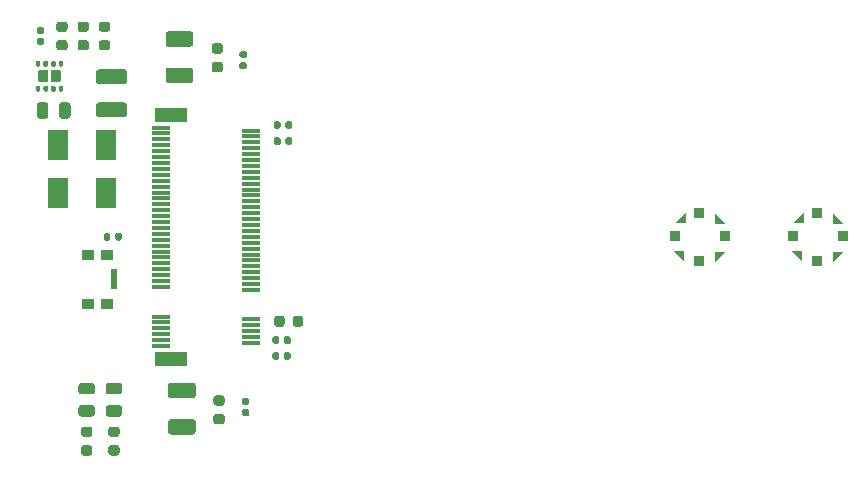
<source format=gbr>
G04 #@! TF.GenerationSoftware,KiCad,Pcbnew,(5.1.6-0-10_14)*
G04 #@! TF.CreationDate,2020-11-21T00:06:08+00:00*
G04 #@! TF.ProjectId,usb3-ngff-carrier,75736233-2d6e-4676-9666-2d6361727269,1*
G04 #@! TF.SameCoordinates,Original*
G04 #@! TF.FileFunction,Paste,Top*
G04 #@! TF.FilePolarity,Positive*
%FSLAX46Y46*%
G04 Gerber Fmt 4.6, Leading zero omitted, Abs format (unit mm)*
G04 Created by KiCad (PCBNEW (5.1.6-0-10_14)) date 2020-11-21 00:06:08*
%MOMM*%
%LPD*%
G01*
G04 APERTURE LIST*
%ADD10C,0.100000*%
%ADD11R,1.550000X0.300000*%
%ADD12R,2.750000X1.200000*%
%ADD13R,1.000000X0.900000*%
%ADD14R,0.550000X1.700000*%
%ADD15R,1.800000X2.500000*%
G04 APERTURE END LIST*
D10*
G36*
X72750000Y-20304000D02*
G01*
X71988000Y-20304000D01*
X71988000Y-19542000D01*
X72750000Y-19542000D01*
X72750000Y-20304000D01*
G37*
X72750000Y-20304000D02*
X71988000Y-20304000D01*
X71988000Y-19542000D01*
X72750000Y-19542000D01*
X72750000Y-20304000D01*
G36*
X70604000Y-18362000D02*
G01*
X69842000Y-18362000D01*
X69842000Y-17600000D01*
X70604000Y-17600000D01*
X70604000Y-18362000D01*
G37*
X70604000Y-18362000D02*
X69842000Y-18362000D01*
X69842000Y-17600000D01*
X70604000Y-17600000D01*
X70604000Y-18362000D01*
G36*
X71550000Y-22012000D02*
G01*
X71550000Y-21250000D01*
X72312000Y-21250000D01*
X71550000Y-22012000D01*
G37*
X71550000Y-22012000D02*
X71550000Y-21250000D01*
X72312000Y-21250000D01*
X71550000Y-22012000D01*
G36*
X68900000Y-21962000D02*
G01*
X68138000Y-21200000D01*
X68900000Y-21200000D01*
X68900000Y-21962000D01*
G37*
X68900000Y-21962000D02*
X68138000Y-21200000D01*
X68900000Y-21200000D01*
X68900000Y-21962000D01*
G36*
X72312000Y-18862000D02*
G01*
X71550000Y-18862000D01*
X71550000Y-18100000D01*
X72312000Y-18862000D01*
G37*
X72312000Y-18862000D02*
X71550000Y-18862000D01*
X71550000Y-18100000D01*
X72312000Y-18862000D01*
G36*
X69050000Y-18762000D02*
G01*
X68288000Y-18762000D01*
X69050000Y-18000000D01*
X69050000Y-18762000D01*
G37*
X69050000Y-18762000D02*
X68288000Y-18762000D01*
X69050000Y-18000000D01*
X69050000Y-18762000D01*
G36*
X68550000Y-20304000D02*
G01*
X67788000Y-20304000D01*
X67788000Y-19542000D01*
X68550000Y-19542000D01*
X68550000Y-20304000D01*
G37*
X68550000Y-20304000D02*
X67788000Y-20304000D01*
X67788000Y-19542000D01*
X68550000Y-19542000D01*
X68550000Y-20304000D01*
G36*
X70604000Y-22400000D02*
G01*
X69842000Y-22400000D01*
X69842000Y-21638000D01*
X70604000Y-21638000D01*
X70604000Y-22400000D01*
G37*
X70604000Y-22400000D02*
X69842000Y-22400000D01*
X69842000Y-21638000D01*
X70604000Y-21638000D01*
X70604000Y-22400000D01*
G36*
X82750000Y-20304000D02*
G01*
X81988000Y-20304000D01*
X81988000Y-19542000D01*
X82750000Y-19542000D01*
X82750000Y-20304000D01*
G37*
X82750000Y-20304000D02*
X81988000Y-20304000D01*
X81988000Y-19542000D01*
X82750000Y-19542000D01*
X82750000Y-20304000D01*
G36*
X80604000Y-18362000D02*
G01*
X79842000Y-18362000D01*
X79842000Y-17600000D01*
X80604000Y-17600000D01*
X80604000Y-18362000D01*
G37*
X80604000Y-18362000D02*
X79842000Y-18362000D01*
X79842000Y-17600000D01*
X80604000Y-17600000D01*
X80604000Y-18362000D01*
G36*
X81550000Y-22012000D02*
G01*
X81550000Y-21250000D01*
X82312000Y-21250000D01*
X81550000Y-22012000D01*
G37*
X81550000Y-22012000D02*
X81550000Y-21250000D01*
X82312000Y-21250000D01*
X81550000Y-22012000D01*
G36*
X78900000Y-21962000D02*
G01*
X78138000Y-21200000D01*
X78900000Y-21200000D01*
X78900000Y-21962000D01*
G37*
X78900000Y-21962000D02*
X78138000Y-21200000D01*
X78900000Y-21200000D01*
X78900000Y-21962000D01*
G36*
X82312000Y-18862000D02*
G01*
X81550000Y-18862000D01*
X81550000Y-18100000D01*
X82312000Y-18862000D01*
G37*
X82312000Y-18862000D02*
X81550000Y-18862000D01*
X81550000Y-18100000D01*
X82312000Y-18862000D01*
G36*
X79050000Y-18762000D02*
G01*
X78288000Y-18762000D01*
X79050000Y-18000000D01*
X79050000Y-18762000D01*
G37*
X79050000Y-18762000D02*
X78288000Y-18762000D01*
X79050000Y-18000000D01*
X79050000Y-18762000D01*
G36*
X78550000Y-20304000D02*
G01*
X77788000Y-20304000D01*
X77788000Y-19542000D01*
X78550000Y-19542000D01*
X78550000Y-20304000D01*
G37*
X78550000Y-20304000D02*
X77788000Y-20304000D01*
X77788000Y-19542000D01*
X78550000Y-19542000D01*
X78550000Y-20304000D01*
G36*
X80604000Y-22400000D02*
G01*
X79842000Y-22400000D01*
X79842000Y-21638000D01*
X80604000Y-21638000D01*
X80604000Y-22400000D01*
G37*
X80604000Y-22400000D02*
X79842000Y-22400000D01*
X79842000Y-21638000D01*
X80604000Y-21638000D01*
X80604000Y-22400000D01*
G36*
G01*
X19425000Y-8625000D02*
X21575000Y-8625000D01*
G75*
G02*
X21825000Y-8875000I0J-250000D01*
G01*
X21825000Y-9625000D01*
G75*
G02*
X21575000Y-9875000I-250000J0D01*
G01*
X19425000Y-9875000D01*
G75*
G02*
X19175000Y-9625000I0J250000D01*
G01*
X19175000Y-8875000D01*
G75*
G02*
X19425000Y-8625000I250000J0D01*
G01*
G37*
G36*
G01*
X19425000Y-5825000D02*
X21575000Y-5825000D01*
G75*
G02*
X21825000Y-6075000I0J-250000D01*
G01*
X21825000Y-6825000D01*
G75*
G02*
X21575000Y-7075000I-250000J0D01*
G01*
X19425000Y-7075000D01*
G75*
G02*
X19175000Y-6825000I0J250000D01*
G01*
X19175000Y-6075000D01*
G75*
G02*
X19425000Y-5825000I250000J0D01*
G01*
G37*
G36*
G01*
X14375000Y-7699999D02*
X14175000Y-7699999D01*
G75*
G02*
X14075000Y-7599999I0J100000D01*
G01*
X14075000Y-7299999D01*
G75*
G02*
X14175000Y-7199999I100000J0D01*
G01*
X14375000Y-7199999D01*
G75*
G02*
X14475000Y-7299999I0J-100000D01*
G01*
X14475000Y-7599999D01*
G75*
G02*
X14375000Y-7699999I-100000J0D01*
G01*
G37*
G36*
G01*
X15025000Y-7699999D02*
X14825000Y-7699999D01*
G75*
G02*
X14725000Y-7599999I0J100000D01*
G01*
X14725000Y-7299999D01*
G75*
G02*
X14825000Y-7199999I100000J0D01*
G01*
X15025000Y-7199999D01*
G75*
G02*
X15125000Y-7299999I0J-100000D01*
G01*
X15125000Y-7599999D01*
G75*
G02*
X15025000Y-7699999I-100000J0D01*
G01*
G37*
G36*
G01*
X15675000Y-7699999D02*
X15475000Y-7699999D01*
G75*
G02*
X15375000Y-7599999I0J100000D01*
G01*
X15375000Y-7299999D01*
G75*
G02*
X15475000Y-7199999I100000J0D01*
G01*
X15675000Y-7199999D01*
G75*
G02*
X15775000Y-7299999I0J-100000D01*
G01*
X15775000Y-7599999D01*
G75*
G02*
X15675000Y-7699999I-100000J0D01*
G01*
G37*
G36*
G01*
X16325000Y-7699999D02*
X16125000Y-7699999D01*
G75*
G02*
X16025000Y-7599999I0J100000D01*
G01*
X16025000Y-7299999D01*
G75*
G02*
X16125000Y-7199999I100000J0D01*
G01*
X16325000Y-7199999D01*
G75*
G02*
X16425000Y-7299999I0J-100000D01*
G01*
X16425000Y-7599999D01*
G75*
G02*
X16325000Y-7699999I-100000J0D01*
G01*
G37*
G36*
G01*
X16325000Y-5600001D02*
X16125000Y-5600001D01*
G75*
G02*
X16025000Y-5500001I0J100000D01*
G01*
X16025000Y-5200001D01*
G75*
G02*
X16125000Y-5100001I100000J0D01*
G01*
X16325000Y-5100001D01*
G75*
G02*
X16425000Y-5200001I0J-100000D01*
G01*
X16425000Y-5500001D01*
G75*
G02*
X16325000Y-5600001I-100000J0D01*
G01*
G37*
G36*
G01*
X15675000Y-5600001D02*
X15475000Y-5600001D01*
G75*
G02*
X15375000Y-5500001I0J100000D01*
G01*
X15375000Y-5200001D01*
G75*
G02*
X15475000Y-5100001I100000J0D01*
G01*
X15675000Y-5100001D01*
G75*
G02*
X15775000Y-5200001I0J-100000D01*
G01*
X15775000Y-5500001D01*
G75*
G02*
X15675000Y-5600001I-100000J0D01*
G01*
G37*
G36*
G01*
X15025000Y-5600001D02*
X14825000Y-5600001D01*
G75*
G02*
X14725000Y-5500001I0J100000D01*
G01*
X14725000Y-5200001D01*
G75*
G02*
X14825000Y-5100001I100000J0D01*
G01*
X15025000Y-5100001D01*
G75*
G02*
X15125000Y-5200001I0J-100000D01*
G01*
X15125000Y-5500001D01*
G75*
G02*
X15025000Y-5600001I-100000J0D01*
G01*
G37*
G36*
G01*
X14375000Y-5600001D02*
X14175000Y-5600001D01*
G75*
G02*
X14075000Y-5500001I0J100000D01*
G01*
X14075000Y-5200001D01*
G75*
G02*
X14175000Y-5100001I100000J0D01*
G01*
X14375000Y-5100001D01*
G75*
G02*
X14475000Y-5200001I0J-100000D01*
G01*
X14475000Y-5500001D01*
G75*
G02*
X14375000Y-5600001I-100000J0D01*
G01*
G37*
G36*
G01*
X15050001Y-6920000D02*
X14399999Y-6920000D01*
G75*
G02*
X14300000Y-6820001I0J99999D01*
G01*
X14300000Y-5979999D01*
G75*
G02*
X14399999Y-5880000I99999J0D01*
G01*
X15050001Y-5880000D01*
G75*
G02*
X15150000Y-5979999I0J-99999D01*
G01*
X15150000Y-6820001D01*
G75*
G02*
X15050001Y-6920000I-99999J0D01*
G01*
G37*
G36*
G01*
X16100001Y-6920000D02*
X15449999Y-6920000D01*
G75*
G02*
X15350000Y-6820001I0J99999D01*
G01*
X15350000Y-5979999D01*
G75*
G02*
X15449999Y-5880000I99999J0D01*
G01*
X16100001Y-5880000D01*
G75*
G02*
X16200000Y-5979999I0J-99999D01*
G01*
X16200000Y-6820001D01*
G75*
G02*
X16100001Y-6920000I-99999J0D01*
G01*
G37*
G36*
G01*
X20410000Y-19827500D02*
X20410000Y-20172500D01*
G75*
G02*
X20262500Y-20320000I-147500J0D01*
G01*
X19967500Y-20320000D01*
G75*
G02*
X19820000Y-20172500I0J147500D01*
G01*
X19820000Y-19827500D01*
G75*
G02*
X19967500Y-19680000I147500J0D01*
G01*
X20262500Y-19680000D01*
G75*
G02*
X20410000Y-19827500I0J-147500D01*
G01*
G37*
G36*
G01*
X21380000Y-19827500D02*
X21380000Y-20172500D01*
G75*
G02*
X21232500Y-20320000I-147500J0D01*
G01*
X20937500Y-20320000D01*
G75*
G02*
X20790000Y-20172500I0J147500D01*
G01*
X20790000Y-19827500D01*
G75*
G02*
X20937500Y-19680000I147500J0D01*
G01*
X21232500Y-19680000D01*
G75*
G02*
X21380000Y-19827500I0J-147500D01*
G01*
G37*
D11*
X24725000Y-29250000D03*
X32275000Y-29000000D03*
X24725000Y-28750000D03*
X32275000Y-28500000D03*
X24725000Y-28250000D03*
X32275000Y-28000000D03*
X24725000Y-27750000D03*
X32275000Y-27500000D03*
X24725000Y-27250000D03*
X32275000Y-27000000D03*
X24725000Y-26750000D03*
X32275000Y-24500000D03*
X24725000Y-24250000D03*
X32275000Y-24000000D03*
X24725000Y-23750000D03*
X32275000Y-23500000D03*
X24725000Y-23250000D03*
X32275000Y-23000000D03*
X24725000Y-22750000D03*
X32275000Y-22500000D03*
X24725000Y-22250000D03*
X32275000Y-22000000D03*
X24725000Y-21750000D03*
X32275000Y-21500000D03*
X24725000Y-21250000D03*
X32275000Y-21000000D03*
X24725000Y-20750000D03*
X32275000Y-20500000D03*
X24725000Y-20250000D03*
X32275000Y-20000000D03*
X24725000Y-19750000D03*
X32275000Y-19500000D03*
X24725000Y-19250000D03*
X32275000Y-19000000D03*
X24725000Y-18750000D03*
X32275000Y-18500000D03*
X24725000Y-18250000D03*
X32275000Y-18000000D03*
X24725000Y-17750000D03*
X32275000Y-17500000D03*
X24725000Y-17250000D03*
X32275000Y-17000000D03*
X24725000Y-16750000D03*
X32275000Y-16500000D03*
X24725000Y-16250000D03*
X32275000Y-16000000D03*
X24725000Y-15750000D03*
X32275000Y-15500000D03*
X24725000Y-15250000D03*
X32275000Y-15000000D03*
X24725000Y-14750000D03*
X32275000Y-14500000D03*
X24725000Y-14250000D03*
X32275000Y-14000000D03*
X24725000Y-13750000D03*
X32275000Y-13500000D03*
X24725000Y-13250000D03*
X32275000Y-13000000D03*
X24725000Y-12750000D03*
X32275000Y-12500000D03*
X24725000Y-12250000D03*
X32275000Y-12000000D03*
X24725000Y-11750000D03*
X32275000Y-11500000D03*
X24725000Y-11250000D03*
X32275000Y-11000000D03*
X24725000Y-10750000D03*
D12*
X25500000Y-30350000D03*
X25500000Y-9650000D03*
G36*
G01*
X35850000Y-27406250D02*
X35850000Y-26893750D01*
G75*
G02*
X36068750Y-26675000I218750J0D01*
G01*
X36506250Y-26675000D01*
G75*
G02*
X36725000Y-26893750I0J-218750D01*
G01*
X36725000Y-27406250D01*
G75*
G02*
X36506250Y-27625000I-218750J0D01*
G01*
X36068750Y-27625000D01*
G75*
G02*
X35850000Y-27406250I0J218750D01*
G01*
G37*
G36*
G01*
X34275000Y-27406250D02*
X34275000Y-26893750D01*
G75*
G02*
X34493750Y-26675000I218750J0D01*
G01*
X34931250Y-26675000D01*
G75*
G02*
X35150000Y-26893750I0J-218750D01*
G01*
X35150000Y-27406250D01*
G75*
G02*
X34931250Y-27625000I-218750J0D01*
G01*
X34493750Y-27625000D01*
G75*
G02*
X34275000Y-27406250I0J218750D01*
G01*
G37*
G36*
G01*
X31677500Y-34615000D02*
X32022500Y-34615000D01*
G75*
G02*
X32170000Y-34762500I0J-147500D01*
G01*
X32170000Y-35057500D01*
G75*
G02*
X32022500Y-35205000I-147500J0D01*
G01*
X31677500Y-35205000D01*
G75*
G02*
X31530000Y-35057500I0J147500D01*
G01*
X31530000Y-34762500D01*
G75*
G02*
X31677500Y-34615000I147500J0D01*
G01*
G37*
G36*
G01*
X31677500Y-33645000D02*
X32022500Y-33645000D01*
G75*
G02*
X32170000Y-33792500I0J-147500D01*
G01*
X32170000Y-34087500D01*
G75*
G02*
X32022500Y-34235000I-147500J0D01*
G01*
X31677500Y-34235000D01*
G75*
G02*
X31530000Y-34087500I0J147500D01*
G01*
X31530000Y-33792500D01*
G75*
G02*
X31677500Y-33645000I147500J0D01*
G01*
G37*
G36*
G01*
X29343750Y-35000000D02*
X29856250Y-35000000D01*
G75*
G02*
X30075000Y-35218750I0J-218750D01*
G01*
X30075000Y-35656250D01*
G75*
G02*
X29856250Y-35875000I-218750J0D01*
G01*
X29343750Y-35875000D01*
G75*
G02*
X29125000Y-35656250I0J218750D01*
G01*
X29125000Y-35218750D01*
G75*
G02*
X29343750Y-35000000I218750J0D01*
G01*
G37*
G36*
G01*
X29343750Y-33425000D02*
X29856250Y-33425000D01*
G75*
G02*
X30075000Y-33643750I0J-218750D01*
G01*
X30075000Y-34081250D01*
G75*
G02*
X29856250Y-34300000I-218750J0D01*
G01*
X29343750Y-34300000D01*
G75*
G02*
X29125000Y-34081250I0J218750D01*
G01*
X29125000Y-33643750D01*
G75*
G02*
X29343750Y-33425000I218750J0D01*
G01*
G37*
G36*
G01*
X31822500Y-4860000D02*
X31477500Y-4860000D01*
G75*
G02*
X31330000Y-4712500I0J147500D01*
G01*
X31330000Y-4417500D01*
G75*
G02*
X31477500Y-4270000I147500J0D01*
G01*
X31822500Y-4270000D01*
G75*
G02*
X31970000Y-4417500I0J-147500D01*
G01*
X31970000Y-4712500D01*
G75*
G02*
X31822500Y-4860000I-147500J0D01*
G01*
G37*
G36*
G01*
X31822500Y-5830000D02*
X31477500Y-5830000D01*
G75*
G02*
X31330000Y-5682500I0J147500D01*
G01*
X31330000Y-5387500D01*
G75*
G02*
X31477500Y-5240000I147500J0D01*
G01*
X31822500Y-5240000D01*
G75*
G02*
X31970000Y-5387500I0J-147500D01*
G01*
X31970000Y-5682500D01*
G75*
G02*
X31822500Y-5830000I-147500J0D01*
G01*
G37*
G36*
G01*
X29706250Y-4500000D02*
X29193750Y-4500000D01*
G75*
G02*
X28975000Y-4281250I0J218750D01*
G01*
X28975000Y-3843750D01*
G75*
G02*
X29193750Y-3625000I218750J0D01*
G01*
X29706250Y-3625000D01*
G75*
G02*
X29925000Y-3843750I0J-218750D01*
G01*
X29925000Y-4281250D01*
G75*
G02*
X29706250Y-4500000I-218750J0D01*
G01*
G37*
G36*
G01*
X29706250Y-6075000D02*
X29193750Y-6075000D01*
G75*
G02*
X28975000Y-5856250I0J218750D01*
G01*
X28975000Y-5418750D01*
G75*
G02*
X29193750Y-5200000I218750J0D01*
G01*
X29706250Y-5200000D01*
G75*
G02*
X29925000Y-5418750I0J-218750D01*
G01*
X29925000Y-5856250D01*
G75*
G02*
X29706250Y-6075000I-218750J0D01*
G01*
G37*
G36*
G01*
X14327500Y-3190000D02*
X14672500Y-3190000D01*
G75*
G02*
X14820000Y-3337500I0J-147500D01*
G01*
X14820000Y-3632500D01*
G75*
G02*
X14672500Y-3780000I-147500J0D01*
G01*
X14327500Y-3780000D01*
G75*
G02*
X14180000Y-3632500I0J147500D01*
G01*
X14180000Y-3337500D01*
G75*
G02*
X14327500Y-3190000I147500J0D01*
G01*
G37*
G36*
G01*
X14327500Y-2220000D02*
X14672500Y-2220000D01*
G75*
G02*
X14820000Y-2367500I0J-147500D01*
G01*
X14820000Y-2662500D01*
G75*
G02*
X14672500Y-2810000I-147500J0D01*
G01*
X14327500Y-2810000D01*
G75*
G02*
X14180000Y-2662500I0J147500D01*
G01*
X14180000Y-2367500D01*
G75*
G02*
X14327500Y-2220000I147500J0D01*
G01*
G37*
D13*
X20100000Y-21550001D03*
X20100000Y-25649999D03*
X18500000Y-21550001D03*
X18500000Y-25649999D03*
D14*
X20725000Y-23600000D03*
G36*
G01*
X18143750Y-37650000D02*
X18656250Y-37650000D01*
G75*
G02*
X18875000Y-37868750I0J-218750D01*
G01*
X18875000Y-38306250D01*
G75*
G02*
X18656250Y-38525000I-218750J0D01*
G01*
X18143750Y-38525000D01*
G75*
G02*
X17925000Y-38306250I0J218750D01*
G01*
X17925000Y-37868750D01*
G75*
G02*
X18143750Y-37650000I218750J0D01*
G01*
G37*
G36*
G01*
X18143750Y-36075000D02*
X18656250Y-36075000D01*
G75*
G02*
X18875000Y-36293750I0J-218750D01*
G01*
X18875000Y-36731250D01*
G75*
G02*
X18656250Y-36950000I-218750J0D01*
G01*
X18143750Y-36950000D01*
G75*
G02*
X17925000Y-36731250I0J218750D01*
G01*
X17925000Y-36293750D01*
G75*
G02*
X18143750Y-36075000I218750J0D01*
G01*
G37*
G36*
G01*
X17943750Y-34250000D02*
X18856250Y-34250000D01*
G75*
G02*
X19100000Y-34493750I0J-243750D01*
G01*
X19100000Y-34981250D01*
G75*
G02*
X18856250Y-35225000I-243750J0D01*
G01*
X17943750Y-35225000D01*
G75*
G02*
X17700000Y-34981250I0J243750D01*
G01*
X17700000Y-34493750D01*
G75*
G02*
X17943750Y-34250000I243750J0D01*
G01*
G37*
G36*
G01*
X17943750Y-32375000D02*
X18856250Y-32375000D01*
G75*
G02*
X19100000Y-32618750I0J-243750D01*
G01*
X19100000Y-33106250D01*
G75*
G02*
X18856250Y-33350000I-243750J0D01*
G01*
X17943750Y-33350000D01*
G75*
G02*
X17700000Y-33106250I0J243750D01*
G01*
X17700000Y-32618750D01*
G75*
G02*
X17943750Y-32375000I243750J0D01*
G01*
G37*
G36*
G01*
X20443750Y-37650000D02*
X20956250Y-37650000D01*
G75*
G02*
X21175000Y-37868750I0J-218750D01*
G01*
X21175000Y-38306250D01*
G75*
G02*
X20956250Y-38525000I-218750J0D01*
G01*
X20443750Y-38525000D01*
G75*
G02*
X20225000Y-38306250I0J218750D01*
G01*
X20225000Y-37868750D01*
G75*
G02*
X20443750Y-37650000I218750J0D01*
G01*
G37*
G36*
G01*
X20443750Y-36075000D02*
X20956250Y-36075000D01*
G75*
G02*
X21175000Y-36293750I0J-218750D01*
G01*
X21175000Y-36731250D01*
G75*
G02*
X20956250Y-36950000I-218750J0D01*
G01*
X20443750Y-36950000D01*
G75*
G02*
X20225000Y-36731250I0J218750D01*
G01*
X20225000Y-36293750D01*
G75*
G02*
X20443750Y-36075000I218750J0D01*
G01*
G37*
G36*
G01*
X20243750Y-34250000D02*
X21156250Y-34250000D01*
G75*
G02*
X21400000Y-34493750I0J-243750D01*
G01*
X21400000Y-34981250D01*
G75*
G02*
X21156250Y-35225000I-243750J0D01*
G01*
X20243750Y-35225000D01*
G75*
G02*
X20000000Y-34981250I0J243750D01*
G01*
X20000000Y-34493750D01*
G75*
G02*
X20243750Y-34250000I243750J0D01*
G01*
G37*
G36*
G01*
X20243750Y-32375000D02*
X21156250Y-32375000D01*
G75*
G02*
X21400000Y-32618750I0J-243750D01*
G01*
X21400000Y-33106250D01*
G75*
G02*
X21156250Y-33350000I-243750J0D01*
G01*
X20243750Y-33350000D01*
G75*
G02*
X20000000Y-33106250I0J243750D01*
G01*
X20000000Y-32618750D01*
G75*
G02*
X20243750Y-32375000I243750J0D01*
G01*
G37*
G36*
G01*
X35090000Y-28922500D02*
X35090000Y-28577500D01*
G75*
G02*
X35237500Y-28430000I147500J0D01*
G01*
X35532500Y-28430000D01*
G75*
G02*
X35680000Y-28577500I0J-147500D01*
G01*
X35680000Y-28922500D01*
G75*
G02*
X35532500Y-29070000I-147500J0D01*
G01*
X35237500Y-29070000D01*
G75*
G02*
X35090000Y-28922500I0J147500D01*
G01*
G37*
G36*
G01*
X34120000Y-28922500D02*
X34120000Y-28577500D01*
G75*
G02*
X34267500Y-28430000I147500J0D01*
G01*
X34562500Y-28430000D01*
G75*
G02*
X34710000Y-28577500I0J-147500D01*
G01*
X34710000Y-28922500D01*
G75*
G02*
X34562500Y-29070000I-147500J0D01*
G01*
X34267500Y-29070000D01*
G75*
G02*
X34120000Y-28922500I0J147500D01*
G01*
G37*
G36*
G01*
X35090000Y-30272500D02*
X35090000Y-29927500D01*
G75*
G02*
X35237500Y-29780000I147500J0D01*
G01*
X35532500Y-29780000D01*
G75*
G02*
X35680000Y-29927500I0J-147500D01*
G01*
X35680000Y-30272500D01*
G75*
G02*
X35532500Y-30420000I-147500J0D01*
G01*
X35237500Y-30420000D01*
G75*
G02*
X35090000Y-30272500I0J147500D01*
G01*
G37*
G36*
G01*
X34120000Y-30272500D02*
X34120000Y-29927500D01*
G75*
G02*
X34267500Y-29780000I147500J0D01*
G01*
X34562500Y-29780000D01*
G75*
G02*
X34710000Y-29927500I0J-147500D01*
G01*
X34710000Y-30272500D01*
G75*
G02*
X34562500Y-30420000I-147500J0D01*
G01*
X34267500Y-30420000D01*
G75*
G02*
X34120000Y-30272500I0J147500D01*
G01*
G37*
G36*
G01*
X25524999Y-35425000D02*
X27375001Y-35425000D01*
G75*
G02*
X27625000Y-35674999I0J-249999D01*
G01*
X27625000Y-36500001D01*
G75*
G02*
X27375001Y-36750000I-249999J0D01*
G01*
X25524999Y-36750000D01*
G75*
G02*
X25275000Y-36500001I0J249999D01*
G01*
X25275000Y-35674999D01*
G75*
G02*
X25524999Y-35425000I249999J0D01*
G01*
G37*
G36*
G01*
X25524999Y-32350000D02*
X27375001Y-32350000D01*
G75*
G02*
X27625000Y-32599999I0J-249999D01*
G01*
X27625000Y-33425001D01*
G75*
G02*
X27375001Y-33675000I-249999J0D01*
G01*
X25524999Y-33675000D01*
G75*
G02*
X25275000Y-33425001I0J249999D01*
G01*
X25275000Y-32599999D01*
G75*
G02*
X25524999Y-32350000I249999J0D01*
G01*
G37*
G36*
G01*
X35205000Y-10722500D02*
X35205000Y-10377500D01*
G75*
G02*
X35352500Y-10230000I147500J0D01*
G01*
X35647500Y-10230000D01*
G75*
G02*
X35795000Y-10377500I0J-147500D01*
G01*
X35795000Y-10722500D01*
G75*
G02*
X35647500Y-10870000I-147500J0D01*
G01*
X35352500Y-10870000D01*
G75*
G02*
X35205000Y-10722500I0J147500D01*
G01*
G37*
G36*
G01*
X34235000Y-10722500D02*
X34235000Y-10377500D01*
G75*
G02*
X34382500Y-10230000I147500J0D01*
G01*
X34677500Y-10230000D01*
G75*
G02*
X34825000Y-10377500I0J-147500D01*
G01*
X34825000Y-10722500D01*
G75*
G02*
X34677500Y-10870000I-147500J0D01*
G01*
X34382500Y-10870000D01*
G75*
G02*
X34235000Y-10722500I0J147500D01*
G01*
G37*
G36*
G01*
X35215000Y-12072500D02*
X35215000Y-11727500D01*
G75*
G02*
X35362500Y-11580000I147500J0D01*
G01*
X35657500Y-11580000D01*
G75*
G02*
X35805000Y-11727500I0J-147500D01*
G01*
X35805000Y-12072500D01*
G75*
G02*
X35657500Y-12220000I-147500J0D01*
G01*
X35362500Y-12220000D01*
G75*
G02*
X35215000Y-12072500I0J147500D01*
G01*
G37*
G36*
G01*
X34245000Y-12072500D02*
X34245000Y-11727500D01*
G75*
G02*
X34392500Y-11580000I147500J0D01*
G01*
X34687500Y-11580000D01*
G75*
G02*
X34835000Y-11727500I0J-147500D01*
G01*
X34835000Y-12072500D01*
G75*
G02*
X34687500Y-12220000I-147500J0D01*
G01*
X34392500Y-12220000D01*
G75*
G02*
X34245000Y-12072500I0J147500D01*
G01*
G37*
G36*
G01*
X27175001Y-3925000D02*
X25324999Y-3925000D01*
G75*
G02*
X25075000Y-3675001I0J249999D01*
G01*
X25075000Y-2849999D01*
G75*
G02*
X25324999Y-2600000I249999J0D01*
G01*
X27175001Y-2600000D01*
G75*
G02*
X27425000Y-2849999I0J-249999D01*
G01*
X27425000Y-3675001D01*
G75*
G02*
X27175001Y-3925000I-249999J0D01*
G01*
G37*
G36*
G01*
X27175001Y-7000000D02*
X25324999Y-7000000D01*
G75*
G02*
X25075000Y-6750001I0J249999D01*
G01*
X25075000Y-5924999D01*
G75*
G02*
X25324999Y-5675000I249999J0D01*
G01*
X27175001Y-5675000D01*
G75*
G02*
X27425000Y-5924999I0J-249999D01*
G01*
X27425000Y-6750001D01*
G75*
G02*
X27175001Y-7000000I-249999J0D01*
G01*
G37*
G36*
G01*
X17843750Y-3350000D02*
X18356250Y-3350000D01*
G75*
G02*
X18575000Y-3568750I0J-218750D01*
G01*
X18575000Y-4006250D01*
G75*
G02*
X18356250Y-4225000I-218750J0D01*
G01*
X17843750Y-4225000D01*
G75*
G02*
X17625000Y-4006250I0J218750D01*
G01*
X17625000Y-3568750D01*
G75*
G02*
X17843750Y-3350000I218750J0D01*
G01*
G37*
G36*
G01*
X17843750Y-1775000D02*
X18356250Y-1775000D01*
G75*
G02*
X18575000Y-1993750I0J-218750D01*
G01*
X18575000Y-2431250D01*
G75*
G02*
X18356250Y-2650000I-218750J0D01*
G01*
X17843750Y-2650000D01*
G75*
G02*
X17625000Y-2431250I0J218750D01*
G01*
X17625000Y-1993750D01*
G75*
G02*
X17843750Y-1775000I218750J0D01*
G01*
G37*
G36*
G01*
X20156250Y-2650000D02*
X19643750Y-2650000D01*
G75*
G02*
X19425000Y-2431250I0J218750D01*
G01*
X19425000Y-1993750D01*
G75*
G02*
X19643750Y-1775000I218750J0D01*
G01*
X20156250Y-1775000D01*
G75*
G02*
X20375000Y-1993750I0J-218750D01*
G01*
X20375000Y-2431250D01*
G75*
G02*
X20156250Y-2650000I-218750J0D01*
G01*
G37*
G36*
G01*
X20156250Y-4225000D02*
X19643750Y-4225000D01*
G75*
G02*
X19425000Y-4006250I0J218750D01*
G01*
X19425000Y-3568750D01*
G75*
G02*
X19643750Y-3350000I218750J0D01*
G01*
X20156250Y-3350000D01*
G75*
G02*
X20375000Y-3568750I0J-218750D01*
G01*
X20375000Y-4006250D01*
G75*
G02*
X20156250Y-4225000I-218750J0D01*
G01*
G37*
G36*
G01*
X16043750Y-3350000D02*
X16556250Y-3350000D01*
G75*
G02*
X16775000Y-3568750I0J-218750D01*
G01*
X16775000Y-4006250D01*
G75*
G02*
X16556250Y-4225000I-218750J0D01*
G01*
X16043750Y-4225000D01*
G75*
G02*
X15825000Y-4006250I0J218750D01*
G01*
X15825000Y-3568750D01*
G75*
G02*
X16043750Y-3350000I218750J0D01*
G01*
G37*
G36*
G01*
X16043750Y-1775000D02*
X16556250Y-1775000D01*
G75*
G02*
X16775000Y-1993750I0J-218750D01*
G01*
X16775000Y-2431250D01*
G75*
G02*
X16556250Y-2650000I-218750J0D01*
G01*
X16043750Y-2650000D01*
G75*
G02*
X15825000Y-2431250I0J218750D01*
G01*
X15825000Y-1993750D01*
G75*
G02*
X16043750Y-1775000I218750J0D01*
G01*
G37*
G36*
G01*
X16050000Y-9756250D02*
X16050000Y-8843750D01*
G75*
G02*
X16293750Y-8600000I243750J0D01*
G01*
X16781250Y-8600000D01*
G75*
G02*
X17025000Y-8843750I0J-243750D01*
G01*
X17025000Y-9756250D01*
G75*
G02*
X16781250Y-10000000I-243750J0D01*
G01*
X16293750Y-10000000D01*
G75*
G02*
X16050000Y-9756250I0J243750D01*
G01*
G37*
G36*
G01*
X14175000Y-9756250D02*
X14175000Y-8843750D01*
G75*
G02*
X14418750Y-8600000I243750J0D01*
G01*
X14906250Y-8600000D01*
G75*
G02*
X15150000Y-8843750I0J-243750D01*
G01*
X15150000Y-9756250D01*
G75*
G02*
X14906250Y-10000000I-243750J0D01*
G01*
X14418750Y-10000000D01*
G75*
G02*
X14175000Y-9756250I0J243750D01*
G01*
G37*
D15*
X16000000Y-16250000D03*
X16000000Y-12250000D03*
X20000000Y-16250000D03*
X20000000Y-12250000D03*
M02*

</source>
